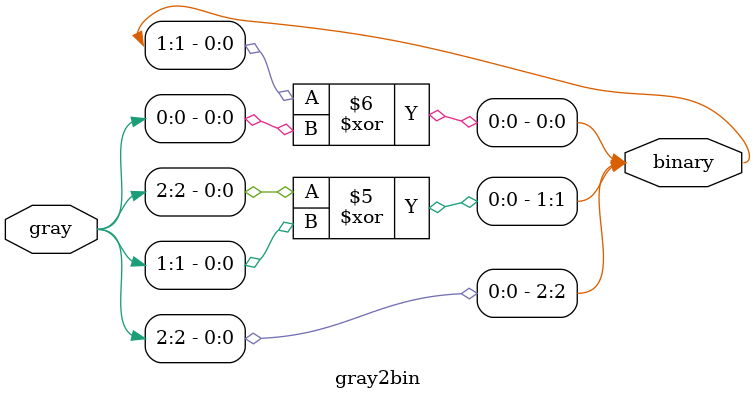
<source format=sv>
module gray2bin #(
    parameter WIDTH = 3
) (
    input logic [WIDTH-1:0] gray,
    output logic [WIDTH-1:0] binary
);

    always_comb begin : xor_block
        binary[WIDTH-1] = gray[WIDTH-1];    //MSB bit remains same as gray
        
        for (int i = WIDTH-2; i>=0; i--)
        begin
            binary[i] = binary[i+1] ^ gray [i];
        end
    end
    
endmodule
</source>
